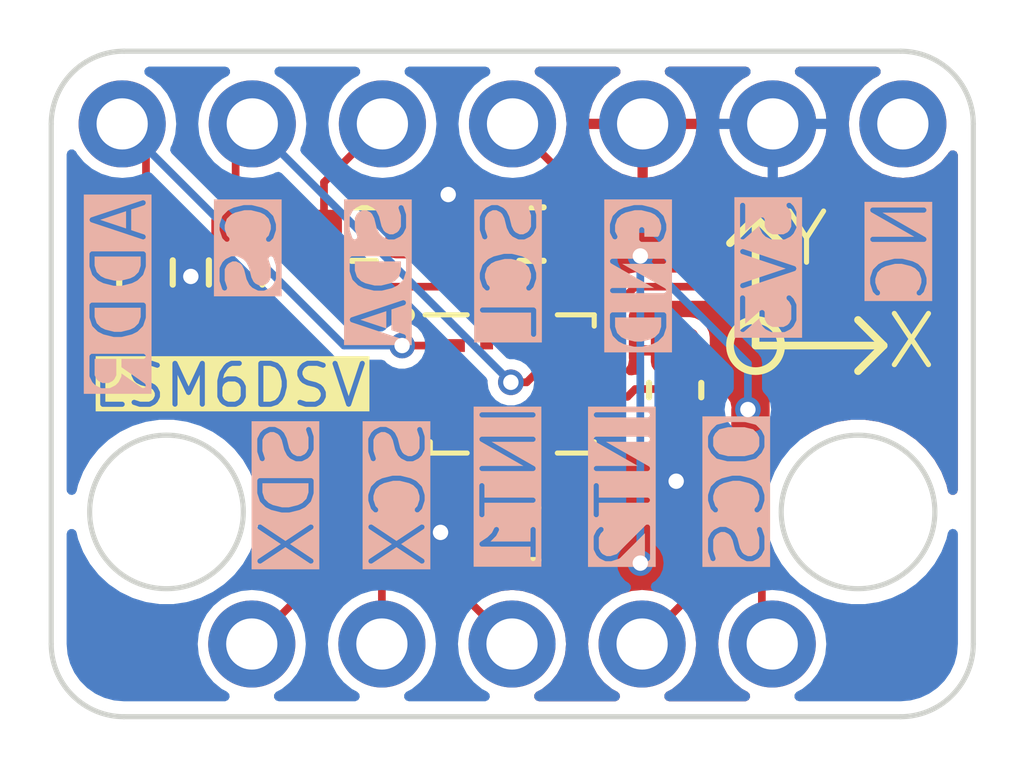
<source format=kicad_pcb>
(kicad_pcb (version 20221018) (generator pcbnew)
  (layers (0 "F.Cu" signal) (31 "B.Cu" signal) (34 "B.Paste" user) (35 "F.Paste" user) (36 "B.SilkS" user "B.Silkscreen") (37 "F.SilkS" user "F.Silkscreen") (38 "B.Mask" user) (39 "F.Mask" user) (44 "Edge.Cuts" user))
  (net 0 "")
  (net 1 "GND")
  (net 2 "+3V3")
  (net 3 "OCS")
  (net 4 "INT2")
  (net 5 "INT1")
  (net 6 "SCX")
  (net 7 "SDX")
  (net 9 "SCL")
  (net 10 "SDA")
  (net 11 "CSB")
  (net 12 "ADDR")
  (footprint "LSM6DSV Footprints:Bosch_LGA-14_3x2.5mm_P0.5mm" (layer "F.Cu") (at 125 89.5)
    (fp_text reference "U1" hide)
    (fp_text value "LSM6DSV" hide)
    (fp_line (start -1.7 -1.35) (end -0.88 -1.35) (stroke (width 0.1)) (layer "F.SilkS"))
    (fp_line (start -1.6 1.35) (end -1.6 1.13) (stroke (width 0.1)) (layer "F.SilkS"))
    (fp_line (start -1.6 1.35) (end -0.88 1.35) (stroke (width 0.1)) (layer "F.SilkS"))
    (fp_line (start 0.88 -1.35) (end 1.6 -1.35) (stroke (width 0.1)) (layer "F.SilkS"))
    (fp_line (start 1.6 -1.35) (end 1.6 -1.13) (stroke (width 0.1)) (layer "F.SilkS"))
    (fp_line (start 1.6 1.13) (end 1.6 1.35) (stroke (width 0.1)) (layer "F.SilkS"))
    (fp_line (start 1.6 1.35) (end 0.88 1.35) (stroke (width 0.1)) (layer "F.SilkS"))
    (pad "1" smd rect (at -1.2625 -0.75) (size 0.675 0.25) (layers "F.Cu" "F.Paste" "F.Mask") (net 12 "ADDR"))
    (pad "2" smd rect (at -1.2625 -0.25) (size 0.675 0.25) (layers "F.Cu" "F.Paste" "F.Mask") (net 7 "SDX"))
    (pad "3" smd rect (at -1.2625 0.25) (size 0.675 0.25) (layers "F.Cu" "F.Paste" "F.Mask") (net 6 "SCX"))
    (pad "4" smd rect (at -1.2625 0.75) (size 0.675 0.25) (layers "F.Cu" "F.Paste" "F.Mask") (net 5 "INT1"))
    (pad "5" smd rect (at -0.5 1.0125) (size 0.25 0.675) (layers "F.Cu" "F.Paste" "F.Mask") (net 2 "+3V3"))
    (pad "6" smd rect (at 0 1.0125) (size 0.25 0.675) (layers "F.Cu" "F.Paste" "F.Mask") (net 1 "GND"))
    (pad "7" smd rect (at 0.5 1.0125) (size 0.25 0.675) (layers "F.Cu" "F.Paste" "F.Mask") (net 1 "GND"))
    (pad "8" smd rect (at 1.2625 0.75) (size 0.675 0.25) (layers "F.Cu" "F.Paste" "F.Mask") (net 2 "+3V3"))
    (pad "9" smd rect (at 1.2625 0.25) (size 0.675 0.25) (layers "F.Cu" "F.Paste" "F.Mask") (net 4 "INT2"))
    (pad "10" smd rect (at 1.2625 -0.25) (size 0.675 0.25) (layers "F.Cu" "F.Paste" "F.Mask") (net 3 "OCS"))
    (pad "11" smd rect (at 1.2625 -0.75) (size 0.675 0.25) (layers "F.Cu" "F.Paste" "F.Mask"))
    (pad "12" smd rect (at 0.5 -1.0125) (size 0.25 0.675) (layers "F.Cu" "F.Paste" "F.Mask") (net 11 "CSB"))
    (pad "13" smd rect (at 0 -1.0125) (size 0.25 0.675) (layers "F.Cu" "F.Paste" "F.Mask") (net 9 "SCL"))
    (pad "14" smd rect (at -0.5 -1.0125) (size 0.25 0.675) (layers "F.Cu" "F.Paste" "F.Mask") (net 10 "SDA"))
  )
  (footprint "LSM6DSV Footprints:R_0603_1608Metric" (layer "F.Cu") (at 119.6 87.3225 90)
    (fp_text reference "R4" hide)
    (fp_text value "4k7" hide)
    (fp_line (start -0.237258 -0.5225) (end 0.237258 -0.5225) (stroke (width 0.12)) (layer "F.SilkS"))
    (fp_line (start -0.237258 0.5225) (end 0.237258 0.5225) (stroke (width 0.12)) (layer "F.SilkS"))
    (pad "1" smd roundrect (at -0.825 0 90) (size 0.8 0.95) (layers "F.Cu" "F.Paste" "F.Mask") (net 2 "+3V3"))
    (pad "2" smd roundrect (at 0.825 0 90) (size 0.8 0.95) (layers "F.Cu" "F.Paste" "F.Mask") (net 11 "CSB"))
  )
  (footprint "LSM6DSV Footprints:C_0603_1608Metric" (layer "F.Cu") (at 128.18 89.62 90)
    (fp_text reference "C2" hide)
    (fp_text value "100nF" hide)
    (fp_line (start -0.14058 -0.51) (end 0.14058 -0.51) (stroke (width 0.12)) (layer "F.SilkS"))
    (fp_line (start -0.14058 0.51) (end 0.14058 0.51) (stroke (width 0.12)) (layer "F.SilkS"))
    (pad "1" smd roundrect (at -0.775 0 90) (size 0.9 0.95) (layers "F.Cu" "F.Paste" "F.Mask") (net 2 "+3V3"))
    (pad "2" smd roundrect (at 0.775 0 90) (size 0.9 0.95) (layers "F.Cu" "F.Paste" "F.Mask") (net 1 "GND"))
  )
  (footprint "LSM6DSV Footprints:R_0603_1608Metric" (layer "F.Cu") (at 117.85 87.3225 90)
    (fp_text reference "R1" hide)
    (fp_text value "4k7" hide)
    (fp_line (start -0.237258 -0.5225) (end 0.237258 -0.5225) (stroke (width 0.12)) (layer "F.SilkS"))
    (fp_line (start -0.237258 0.5225) (end 0.237258 0.5225) (stroke (width 0.12)) (layer "F.SilkS"))
    (pad "1" smd roundrect (at -0.825 0 90) (size 0.8 0.95) (layers "F.Cu" "F.Paste" "F.Mask") (net 2 "+3V3"))
    (pad "2" smd roundrect (at 0.825 0 90) (size 0.8 0.95) (layers "F.Cu" "F.Paste" "F.Mask") (net 12 "ADDR"))
  )
  (footprint "LSM6DSV Footprints:C_0603_1608Metric" (layer "F.Cu") (at 125.37 92.43 180)
    (fp_text reference "C1" hide)
    (fp_text value "100nF" hide)
    (fp_line (start -0.14058 -0.51) (end 0.14058 -0.51) (stroke (width 0.12)) (layer "F.SilkS"))
    (fp_line (start -0.14058 0.51) (end 0.14058 0.51) (stroke (width 0.12)) (layer "F.SilkS"))
    (pad "1" smd roundrect (at -0.775 0 180) (size 0.9 0.95) (layers "F.Cu" "F.Paste" "F.Mask") (net 1 "GND"))
    (pad "2" smd roundrect (at 0.775 0 180) (size 0.9 0.95) (layers "F.Cu" "F.Paste" "F.Mask") (net 2 "+3V3"))
  )
  (footprint "LSM6DSV Footprints:R_0603_1608Metric" (layer "F.Cu") (at 122.1 86.5725 180)
    (fp_text reference "R2" hide)
    (fp_text value "4k7" hide)
    (fp_line (start -0.237258 -0.5225) (end 0.237258 -0.5225) (stroke (width 0.12)) (layer "F.SilkS"))
    (fp_line (start -0.237258 0.5225) (end 0.237258 0.5225) (stroke (width 0.12)) (layer "F.SilkS"))
    (pad "1" smd roundrect (at -0.825 0 180) (size 0.8 0.95) (layers "F.Cu" "F.Paste" "F.Mask") (net 2 "+3V3"))
    (pad "2" smd roundrect (at 0.825 0 180) (size 0.8 0.95) (layers "F.Cu" "F.Paste" "F.Mask") (net 10 "SDA"))
  )
  (footprint "LSM6DSV Footprints:R_0603_1608Metric" (layer "F.Cu") (at 125.375 86.5725)
    (fp_text reference "R3" hide)
    (fp_text value "4k7" hide)
    (fp_line (start -0.237258 -0.5225) (end 0.237258 -0.5225) (stroke (width 0.12)) (layer "F.SilkS"))
    (fp_line (start -0.237258 0.5225) (end 0.237258 0.5225) (stroke (width 0.12)) (layer "F.SilkS"))
    (pad "1" smd roundrect (at -0.825 0) (size 0.8 0.95) (layers "F.Cu" "F.Paste" "F.Mask") (net 2 "+3V3"))
    (pad "2" smd roundrect (at 0.825 0) (size 0.8 0.95) (layers "F.Cu" "F.Paste" "F.Mask") (net 9 "SCL"))
  )
  (footprint "LSM6DSV Footprints:PinHeader_1x05_P2.54mm_Vertical" (layer "F.Cu") (at 130.075 94.58 -90)
    (fp_text reference "J1" hide)
    (fp_text value "Conn_01x05_Socket" hide)
    (pad "1" thru_hole circle (at 0 0 270) (size 1.7 1.7) (drill 1) (layers "*.Cu" "*.Mask") (net 3 "OCS"))
    (pad "2" thru_hole oval (at 0 2.54 270) (size 1.7 1.7) (drill 1) (layers "*.Cu" "*.Mask") (net 4 "INT2"))
    (pad "3" thru_hole oval (at 0 5.08 270) (size 1.7 1.7) (drill 1) (layers "*.Cu" "*.Mask") (net 5 "INT1"))
    (pad "4" thru_hole oval (at 0 7.62 270) (size 1.7 1.7) (drill 1) (layers "*.Cu" "*.Mask") (net 6 "SCX"))
    (pad "5" thru_hole oval (at 0 10.16 270) (size 1.7 1.7) (drill 1) (layers "*.Cu" "*.Mask") (net 7 "SDX"))
  )
  (footprint "LSM6DSV Footprints:PinHeader_1x07_P2.54mm_Vertical" (layer "F.Cu") (at 132.625 84.42 -90)
    (fp_text reference "J2" hide)
    (fp_text value "Conn_01x07_Socket" hide)
    (pad "1" thru_hole circle (at 0 0 270) (size 1.7 1.7) (drill 1) (layers "*.Cu" "*.Mask"))
    (pad "2" thru_hole oval (at 0 2.54 270) (size 1.7 1.7) (drill 1) (layers "*.Cu" "*.Mask") (net 2 "+3V3"))
    (pad "3" thru_hole oval (at 0 5.08 270) (size 1.7 1.7) (drill 1) (layers "*.Cu" "*.Mask") (net 1 "GND"))
    (pad "4" thru_hole oval (at 0 7.62 270) (size 1.7 1.7) (drill 1) (layers "*.Cu" "*.Mask") (net 9 "SCL"))
    (pad "5" thru_hole oval (at 0 10.16 270) (size 1.7 1.7) (drill 1) (layers "*.Cu" "*.Mask") (net 10 "SDA"))
    (pad "6" thru_hole oval (at 0 12.7 270) (size 1.7 1.7) (drill 1) (layers "*.Cu" "*.Mask") (net 11 "CSB"))
    (pad "7" thru_hole oval (at 0 15.24 270) (size 1.7 1.7) (drill 1) (layers "*.Cu" "*.Mask") (net 12 "ADDR"))
  )
  (gr_line (start 132.25 88.75) (end 131.75 88.25) (stroke (width 0.15)) (layer "F.SilkS"))
  (gr_circle (center 129.75 88.75) (end 130.25 88.75) (stroke (width 0.15)) (fill none) (layer "F.SilkS"))
  (gr_line (start 129.75 86.25) (end 129.25 86.75) (stroke (width 0.15)) (layer "F.SilkS"))
  (gr_circle (center 122.95 88.15) (end 123.05 88.15) (stroke (width 0.1)) (fill solid) (layer "F.SilkS"))
  (gr_line (start 129.75 86.25) (end 129.75 88.75) (stroke (width 0.15)) (layer "F.SilkS"))
  (gr_line (start 132.25 88.75) (end 131.75 89.25) (stroke (width 0.15)) (layer "F.SilkS"))
  (gr_line (start 129.75 86.25) (end 130.25 86.75) (stroke (width 0.15)) (layer "F.SilkS"))
  (gr_line (start 129.75 88.75) (end 132.25 88.75) (stroke (width 0.15)) (layer "F.SilkS"))
  (gr_arc (start 117.42 96) (mid 116.415908 95.584092) (end 116 94.58) (stroke (width 0.1)) (layer "Edge.Cuts"))
  (gr_circle (center 118.25 92) (end 119.75 92) (stroke (width 0.1)) (fill none) (layer "Edge.Cuts"))
  (gr_arc (start 116 84.42) (mid 116.415908 83.415908) (end 117.42 83) (stroke (width 0.1)) (layer "Edge.Cuts"))
  (gr_line (start 132.58 96) (end 117.42 96) (stroke (width 0.1)) (layer "Edge.Cuts"))
  (gr_line (start 116 94.58) (end 116 84.42) (stroke (width 0.1)) (layer "Edge.Cuts"))
  (gr_arc (start 132.58 83) (mid 133.584092 83.415908) (end 134 84.42) (stroke (width 0.1)) (layer "Edge.Cuts"))
  (gr_arc (start 134 94.58) (mid 133.584092 95.584092) (end 132.58 96) (stroke (width 0.1)) (layer "Edge.Cuts"))
  (gr_line (start 134 84.42) (end 134 94.58) (stroke (width 0.1)) (layer "Edge.Cuts"))
  (gr_circle (center 131.75 92) (end 133.25 92) (stroke (width 0.1)) (fill none) (layer "Edge.Cuts"))
  (gr_line (start 117.42 83) (end 132.58 83) (stroke (width 0.1)) (layer "Edge.Cuts"))
  (gr_text "SCL" (at 125.5445 85.8 90) (layer "B.SilkS" knockout) (effects (font (size 1 1) (thickness 0.1)) (justify left bottom mirror)))
  (gr_text "OCS" (at 130 90.038095 90) (layer "B.SilkS" knockout) (effects (font (size 1 1) (thickness 0.1)) (justify left bottom mirror)))
  (gr_text "3V3" (at 130.6245 85.8 90) (layer "B.SilkS" knockout) (effects (font (size 1 1) (thickness 0.1)) (justify left bottom mirror)))
  (gr_text "INT2\n" (at 127.76725 89.8 90) (layer "B.SilkS" knockout) (effects (font (size 1 1) (thickness 0.1)) (justify left bottom mirror)))
  (gr_text "SCX" (at 123.36725 90.133333 90) (layer "B.SilkS" knockout) (effects (font (size 1 1) (thickness 0.1)) (justify left bottom mirror)))
  (gr_text "CS" (at 120.4645 85.8 90) (layer "B.SilkS" knockout) (effects (font (size 1 1) (thickness 0.1)) (justify left bottom mirror)))
  (gr_text "NC" (at 133.1645 85.8 90) (layer "B.SilkS" knockout) (effects (font (size 1 1) (thickness 0.1)) (justify left bottom mirror)))
  (gr_text "SDX" (at 121.2 90.133333 90) (layer "B.SilkS" knockout) (effects (font (size 1 1) (thickness 0.1)) (justify left bottom mirror)))
  (gr_text "INT1" (at 125.5345 89.8 90) (layer "B.SilkS" knockout) (effects (font (size 1 1) (thickness 0.1)) (justify left bottom mirror)))
  (gr_text "GND" (at 128.0845 85.8 90) (layer "B.SilkS" knockout) (effects (font (size 1 1) (thickness 0.1)) (justify left bottom mirror)))
  (gr_text "SDA" (at 123.0045 85.8 90) (layer "B.SilkS" knockout) (effects (font (size 1 1) (thickness 0.1)) (justify left bottom mirror)))
  (gr_text "ADDR" (at 117.9245 85.8 90) (layer "B.SilkS" knockout) (effects (font (size 1 1) (thickness 0.1)) (justify left bottom mirror)))
  (gr_text "LSM6DSV" (at 116.75 90) (layer "F.SilkS" knockout) (effects (font (size 0.8 0.8) (thickness 0.1)) (justify left bottom)))
  (gr_text "X\n" (at 132.25 89.25) (layer "F.SilkS") (effects (font (size 1 1) (thickness 0.1)) (justify left bottom)))
  (gr_text "Y" (at 130.25 87.25) (layer "F.SilkS") (effects (font (size 1 1) (thickness 0.1)) (justify left bottom)))
  (via (at 129.6 90) (size 0.5) (drill 0.3) (layers "F.Cu" "B.Cu") (net 1))
  (via (at 127.5 87) (size 0.5) (drill 0.3) (layers "F.Cu" "B.Cu") (net 1))
  (via (at 127.5 93) (size 0.5) (drill 0.3) (layers "F.Cu" "B.Cu") (net 1))
  (segment (start 127.5 93) (end 127.5 87) (width 0.15) (layer "B.Cu") (net 1))
  (segment (start 129.6 89.1) (end 127.5 87) (width 0.15) (layer "B.Cu") (net 1))
  (segment (start 129.6 90) (end 129.6 89.1) (width 0.15) (layer "B.Cu") (net 1))
  (segment (start 123.6 92.4) (end 124.565 92.4) (width 0.15) (layer "F.Cu") (net 2))
  (segment (start 124.6 86.5725) (end 124.0725 86.5725) (width 0.15) (layer "F.Cu") (net 2))
  (segment (start 122.875 86.5725) (end 123.4275 86.5725) (width 0.15) (layer "F.Cu") (net 2))
  (segment (start 123.75 86.25) (end 123.75 85.8) (width 0.15) (layer "F.Cu") (net 2))
  (segment (start 128.2 90.415) (end 128.18 90.395) (width 0.15) (layer "F.Cu") (net 2))
  (segment (start 126.2625 90.25) (end 127.15 90.25) (width 0.15) (layer "F.Cu") (net 2))
  (segment (start 124.0725 86.5725) (end 123.75 86.25) (width 0.15) (layer "F.Cu") (net 2))
  (segment (start 127.295 90.395) (end 128.18 90.395) (width 0.15) (layer "F.Cu") (net 2))
  (segment (start 118.725 87.875) (end 118.725 87.4) (width 0.15) (layer "F.Cu") (net 2))
  (segment (start 119.6 88.0975) (end 118.9475 88.0975) (width 0.15) (layer "F.Cu") (net 2))
  (segment (start 128.2 91.4) (end 128.2 90.415) (width 0.15) (layer "F.Cu") (net 2))
  (segment (start 124.5 91.3) (end 124.595 91.395) (width 0.15) (layer "F.Cu") (net 2))
  (segment (start 118.5025 88.0975) (end 118.725 87.875) (width 0.15) (layer "F.Cu") (net 2))
  (segment (start 127.15 90.25) (end 127.295 90.395) (width 0.15) (layer "F.Cu") (net 2))
  (segment (start 118.9475 88.0975) (end 118.725 87.875) (width 0.15) (layer "F.Cu") (net 2))
  (segment (start 124.5 90.5125) (end 124.5 91.3) (width 0.15) (layer "F.Cu") (net 2))
  (segment (start 124.565 92.4) (end 124.595 92.43) (width 0.15) (layer "F.Cu") (net 2))
  (segment (start 124.595 91.395) (end 124.595 92.43) (width 0.15) (layer "F.Cu") (net 2))
  (segment (start 117.85 88.0975) (end 118.5025 88.0975) (width 0.15) (layer "F.Cu") (net 2))
  (segment (start 123.4275 86.5725) (end 123.75 86.25) (width 0.15) (layer "F.Cu") (net 2))
  (via (at 118.725 87.4) (size 0.5) (drill 0.3) (layers "F.Cu" "B.Cu") (net 2))
  (via (at 128.2 91.4) (size 0.5) (drill 0.3) (layers "F.Cu" "B.Cu") (net 2))
  (via (at 123.6 92.4) (size 0.5) (drill 0.3) (layers "F.Cu" "B.Cu") (net 2))
  (via (at 123.75 85.8) (size 0.5) (drill 0.3) (layers "F.Cu" "B.Cu") (net 2))
  (segment (start 126.2625 89.25) (end 126.775 89.25) (width 0.15) (layer "F.Cu") (net 3))
  (segment (start 129.872562 90.927438) (end 129.872562 94.377562) (width 0.15) (layer "F.Cu") (net 3))
  (segment (start 126.775 89.25) (end 127 89.025) (width 0.15) (layer "F.Cu") (net 3))
  (segment (start 129.9 87.6) (end 130.3 88) (width 0.15) (layer "F.Cu") (net 3))
  (segment (start 127 89.025) (end 127 88) (width 0.15) (layer "F.Cu") (net 3))
  (segment (start 130.3 88) (end 130.3 90.5) (width 0.15) (layer "F.Cu") (net 3))
  (segment (start 130.3 90.5) (end 129.872562 90.927438) (width 0.15) (layer "F.Cu") (net 3))
  (segment (start 129.872562 94.377562) (end 130.075 94.58) (width 0.15) (layer "F.Cu") (net 3))
  (segment (start 127 88) (end 127.4 87.6) (width 0.15) (layer "F.Cu") (net 3))
  (segment (start 127.4 87.6) (end 129.9 87.6) (width 0.15) (layer "F.Cu") (net 3))
  (segment (start 129 93.115) (end 127.535 94.58) (width 0.15) (layer "F.Cu") (net 4))
  (segment (start 128.636671 89.6) (end 129 89.963329) (width 0.15) (layer "F.Cu") (net 4))
  (segment (start 126.2625 89.75) (end 127.25 89.75) (width 0.15) (layer "F.Cu") (net 4))
  (segment (start 127.25 89.75) (end 127.4 89.6) (width 0.15) (layer "F.Cu") (net 4))
  (segment (start 129 89.963329) (end 129 93.115) (width 0.15) (layer "F.Cu") (net 4))
  (segment (start 127.4 89.6) (end 128.636671 89.6) (width 0.15) (layer "F.Cu") (net 4))
  (segment (start 123.005 90.25) (end 122.805 90.45) (width 0.15) (layer "F.Cu") (net 5))
  (segment (start 122.805 90.45) (end 122.805 92.39) (width 0.15) (layer "F.Cu") (net 5))
  (segment (start 123.7375 90.25) (end 123.005 90.25) (width 0.15) (layer "F.Cu") (net 5))
  (segment (start 122.805 92.39) (end 124.995 94.58) (width 0.15) (layer "F.Cu") (net 5))
  (segment (start 122.455 94.58) (end 122.455 90.245) (width 0.15) (layer "F.Cu") (net 6))
  (segment (start 122.455 90.245) (end 122.95 89.75) (width 0.15) (layer "F.Cu") (net 6))
  (segment (start 122.95 89.75) (end 123.7375 89.75) (width 0.15) (layer "F.Cu") (net 6))
  (segment (start 119.92 94.58) (end 119.915 94.58) (width 0.15) (layer "F.Cu") (net 7))
  (segment (start 122.930026 89.275) (end 122.105 90.100026) (width 0.15) (layer "F.Cu") (net 7))
  (segment (start 122.105 90.100026) (end 122.105 92.395) (width 0.15) (layer "F.Cu") (net 7))
  (segment (start 122.105 92.395) (end 119.92 94.58) (width 0.15) (layer "F.Cu") (net 7))
  (segment (start 123.7375 89.25) (end 123.7125 89.275) (width 0.15) (layer "F.Cu") (net 7))
  (segment (start 123.7125 89.275) (end 122.930026 89.275) (width 0.15) (layer "F.Cu") (net 7))
  (segment (start 126.15 87.45) (end 126 87.6) (width 0.15) (layer "F.Cu") (net 9))
  (segment (start 125 87.975) (end 125 88.4875) (width 0.15) (layer "F.Cu") (net 9))
  (segment (start 126 87.6) (end 125.375 87.6) (width 0.15) (layer "F.Cu") (net 9))
  (segment (start 126.15 86.5725) (end 126.15 87.45) (width 0.15) (layer "F.Cu") (net 9))
  (segment (start 126.15 85.565) (end 125.005 84.42) (width 0.15) (layer "F.Cu") (net 9))
  (segment (start 125.375 87.6) (end 125 87.975) (width 0.15) (layer "F.Cu") (net 9))
  (segment (start 126.15 86.5725) (end 126.15 85.565) (width 0.15) (layer "F.Cu") (net 9))
  (segment (start 121.8 87.6) (end 124.2 87.6) (width 0.15) (layer "F.Cu") (net 10))
  (segment (start 121.325 86.5725) (end 121.325 85.56) (width 0.15) (layer "F.Cu") (net 10))
  (segment (start 121.325 86.5725) (end 121.325 87.125) (width 0.15) (layer "F.Cu") (net 10))
  (segment (start 121.325 87.125) (end 121.8 87.6) (width 0.15) (layer "F.Cu") (net 10))
  (segment (start 124.2 87.6) (end 124.5 87.9) (width 0.15) (layer "F.Cu") (net 10))
  (segment (start 121.325 85.56) (end 122.465 84.42) (width 0.15) (layer "F.Cu") (net 10))
  (segment (start 124.5 87.9) (end 124.5 88.4875) (width 0.15) (layer "F.Cu") (net 10))
  (segment (start 119.6 84.745) (end 119.925 84.42) (width 0.15) (layer "F.Cu") (net 11))
  (segment (start 125.282083 89.467917) (end 125.5 89.25) (width 0.15) (layer "F.Cu") (net 11))
  (segment (start 119.6 86.5475) (end 119.6 84.745) (width 0.15) (layer "F.Cu") (net 11))
  (segment (start 124.972917 89.467917) (end 125.282083 89.467917) (width 0.15) (layer "F.Cu") (net 11))
  (segment (start 125.5 89.25) (end 125.5 88.4875) (width 0.15) (layer "F.Cu") (net 11))
  (via (at 124.972917 89.467917) (size 0.5) (drill 0.3) (layers "F.Cu" "B.Cu") (net 11))
  (segment (start 124.972917 89.467917) (end 119.925 84.42) (width 0.15) (layer "B.Cu") (net 11))
  (segment (start 117.85 86.5475) (end 117.85 84.885) (width 0.15) (layer "F.Cu") (net 12))
  (segment (start 117.85 84.885) (end 117.385 84.42) (width 0.15) (layer "F.Cu") (net 12))
  (segment (start 122.85 88.75) (end 123.7375 88.75) (width 0.15) (layer "F.Cu") (net 12))
  (via (at 122.85 88.75) (size 0.5) (drill 0.3) (layers "F.Cu" "B.Cu") (net 12))
  (segment (start 121.715 88.75) (end 122.85 88.75) (width 0.15) (layer "B.Cu") (net 12))
  (segment (start 117.385 84.42) (end 121.715 88.75) (width 0.15) (layer "B.Cu") (net 12))
  (zone (net 1) (net_name "GND") (layer "F.Cu") (connect_pads (clearance 0.2)) (min_thickness 0.2) (fill yes (thermal_gap 0.2) (thermal_bridge_width 0.2))
    (polygon (pts (xy 115 82) (xy 135 82) (xy 135 97) (xy 115 97)))
  )
  (zone (net 2) (net_name "+3V3") (layer "B.Cu") (connect_pads (clearance 0.2)) (min_thickness 0.2) (fill yes (thermal_gap 0.2) (thermal_bridge_width 0.2))
    (polygon (pts (xy 115 82) (xy 135 82) (xy 135 97) (xy 115 97)))
  )
)
</source>
